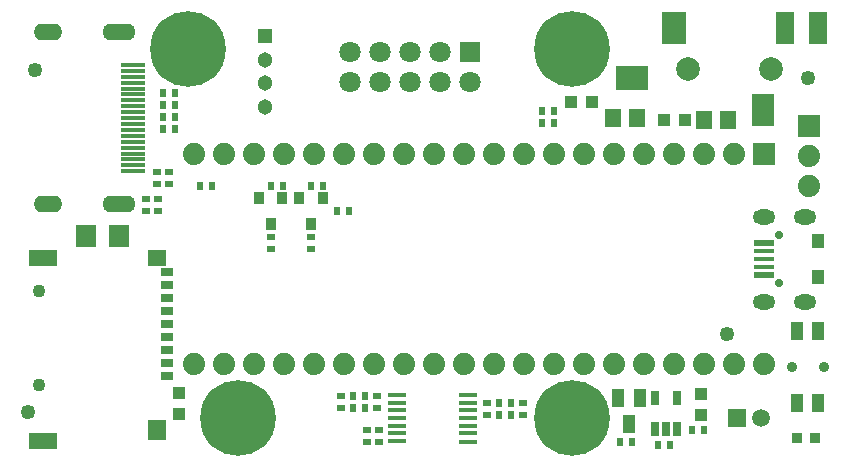
<source format=gbr>
%TF.GenerationSoftware,KiCad,Pcbnew,5.1.5+dfsg1-2build2*%
%TF.CreationDate,2021-04-22T16:13:23+03:00*%
%TF.ProjectId,RP2040-PICO-PC_rev_B,52503230-3430-42d5-9049-434f2d50435f,A*%
%TF.SameCoordinates,Original*%
%TF.FileFunction,Soldermask,Top*%
%TF.FilePolarity,Negative*%
%FSLAX46Y46*%
G04 Gerber Fmt 4.6, Leading zero omitted, Abs format (unit mm)*
G04 Created by KiCad (PCBNEW 5.1.5+dfsg1-2build2) date 2021-04-22 16:13:23*
%MOMM*%
%LPD*%
G04 APERTURE LIST*
%ADD10R,0.601600X0.651600*%
%ADD11R,0.901600X1.001600*%
%ADD12R,1.501600X2.701600*%
%ADD13R,2.101600X2.701600*%
%ADD14R,1.901600X2.701600*%
%ADD15R,2.701600X2.101600*%
%ADD16C,2.001600*%
%ADD17R,0.651600X0.601600*%
%ADD18R,1.101600X1.501600*%
%ADD19R,1.879600X1.879600*%
%ADD20C,1.879600*%
%ADD21R,1.301600X1.301600*%
%ADD22C,1.301600*%
%ADD23C,6.401600*%
%ADD24C,1.254000*%
%ADD25R,1.801600X1.801600*%
%ADD26C,1.801600*%
%ADD27R,1.501600X1.501600*%
%ADD28C,1.501600*%
%ADD29R,1.117600X1.117600*%
%ADD30R,1.701600X1.901600*%
%ADD31O,2.801600X1.401600*%
%ADD32O,2.401600X1.401600*%
%ADD33R,2.100000X0.350000*%
%ADD34R,0.901600X0.901600*%
%ADD35R,0.651600X1.301600*%
%ADD36R,1.751600X0.601600*%
%ADD37R,1.751600X0.426600*%
%ADD38C,0.701600*%
%ADD39R,1.101600X1.201600*%
%ADD40O,1.901600X1.301600*%
%ADD41R,1.371600X1.625600*%
%ADD42C,0.901600*%
%ADD43R,1.117600X1.625600*%
%ADD44C,1.101600*%
%ADD45R,2.400000X1.400000*%
%ADD46R,1.600000X1.800000*%
%ADD47R,1.600000X1.400000*%
%ADD48R,1.100000X0.700000*%
%ADD49R,1.501600X0.426600*%
G04 APERTURE END LIST*
D10*
%TO.C,R28*%
X143383000Y-116205000D03*
X142367000Y-116205000D03*
%TD*%
%TO.C,R26*%
X146812000Y-116205000D03*
X145796000Y-116205000D03*
%TD*%
%TO.C,R25*%
X136398000Y-116205000D03*
X137414000Y-116205000D03*
%TD*%
%TO.C,R6*%
X148971000Y-118364000D03*
X147955000Y-118364000D03*
%TD*%
D11*
%TO.C,FET3*%
X143367000Y-117264000D03*
X141367000Y-117264000D03*
X142367000Y-119464000D03*
%TD*%
%TO.C,FET2*%
X146796000Y-117264000D03*
X144796000Y-117264000D03*
X145796000Y-119464000D03*
%TD*%
D12*
%TO.C,AUDIO_JACK_1*%
X188737000Y-102899000D03*
D13*
X176537000Y-102899000D03*
D14*
X184037000Y-109799000D03*
D15*
X172937000Y-107099000D03*
D12*
X185937000Y-102899000D03*
D16*
X184737000Y-106299000D03*
X177737000Y-106299000D03*
%TD*%
D17*
%TO.C,R3*%
X142367000Y-120523000D03*
X142367000Y-121539000D03*
%TD*%
%TO.C,R2*%
X145796000Y-120523000D03*
X145796000Y-121539000D03*
%TD*%
D18*
%TO.C,FET1*%
X173669960Y-134172960D03*
X171767500Y-134172960D03*
X172722540Y-136382760D03*
%TD*%
D19*
%TO.C,DBG1*%
X187960000Y-111125000D03*
D20*
X187960000Y-113665000D03*
X187960000Y-116205000D03*
%TD*%
D21*
%TO.C,CON2*%
X141901000Y-103553000D03*
D22*
X141901000Y-105553000D03*
X141901000Y-107553000D03*
X141901000Y-109553000D03*
%TD*%
%TO.C,MH3*%
X165481000Y-104648000D03*
X170307000Y-104648000D03*
X169545000Y-106299000D03*
X166243000Y-106426000D03*
X169545000Y-102997000D03*
X166243000Y-102997000D03*
X167894000Y-107061000D03*
X167894000Y-102235000D03*
D23*
X167894000Y-104648000D03*
%TD*%
D24*
%TO.C,FID4*%
X121793000Y-135382000D03*
%TD*%
D25*
%TO.C,UEXT1*%
X159258000Y-104902000D03*
D26*
X159258000Y-107442000D03*
X156718000Y-104902000D03*
X156718000Y-107442000D03*
X154178000Y-104902000D03*
X154178000Y-107442000D03*
X151638000Y-104902000D03*
X151638000Y-107442000D03*
X149098000Y-104902000D03*
X149098000Y-107442000D03*
%TD*%
D27*
%TO.C,BAT_CON1*%
X181851300Y-135910320D03*
D28*
X183880760Y-135907780D03*
%TD*%
D17*
%TO.C,R7*%
X132842000Y-118364000D03*
X132842000Y-117348000D03*
%TD*%
D10*
%TO.C,R13*%
X134239000Y-111379000D03*
X133223000Y-111379000D03*
%TD*%
%TO.C,R10*%
X133223000Y-108331000D03*
X134239000Y-108331000D03*
%TD*%
D17*
%TO.C,R12*%
X132715000Y-116078000D03*
X132715000Y-115062000D03*
%TD*%
%TO.C,R11*%
X131826000Y-117348000D03*
X131826000Y-118364000D03*
%TD*%
D10*
%TO.C,R9*%
X133223000Y-110363000D03*
X134239000Y-110363000D03*
%TD*%
D17*
%TO.C,R8*%
X133731000Y-116078000D03*
X133731000Y-115062000D03*
%TD*%
D10*
%TO.C,R14*%
X133223000Y-109347000D03*
X134239000Y-109347000D03*
%TD*%
D20*
%TO.C,U2*%
X173990000Y-131318000D03*
X179070000Y-131318000D03*
X143510000Y-131318000D03*
X158750000Y-131318000D03*
X158750000Y-113538000D03*
X143510000Y-113538000D03*
X156210000Y-131318000D03*
X179070000Y-113538000D03*
X146050000Y-113538000D03*
X171450000Y-113538000D03*
X176530000Y-113538000D03*
X184150000Y-131318000D03*
X151130000Y-113538000D03*
X135890000Y-113538000D03*
X171450000Y-131318000D03*
X173990000Y-113538000D03*
X153670000Y-113538000D03*
X140970000Y-113538000D03*
X138430000Y-113538000D03*
X163830000Y-131318000D03*
X138430000Y-131318000D03*
X176530000Y-131318000D03*
X151130000Y-131318000D03*
X146050000Y-131318000D03*
X148590000Y-131318000D03*
X140970000Y-131318000D03*
D19*
X184150000Y-113538000D03*
D20*
X181610000Y-113538000D03*
X168910000Y-113538000D03*
X156210000Y-113538000D03*
X135890000Y-131318000D03*
X153670000Y-131318000D03*
X148590000Y-113538000D03*
X181610000Y-131318000D03*
X161290000Y-131318000D03*
X161290000Y-113538000D03*
X163830000Y-113538000D03*
X166370000Y-131318000D03*
X166370000Y-113538000D03*
X168910000Y-131318000D03*
%TD*%
D24*
%TO.C,FID1*%
X187833000Y-107061000D03*
%TD*%
%TO.C,FID2*%
X180975000Y-128778000D03*
%TD*%
%TO.C,FID3*%
X122428000Y-106426000D03*
%TD*%
D29*
%TO.C,C1*%
X134620000Y-135509000D03*
X134620000Y-133731000D03*
%TD*%
D30*
%TO.C,FUSE1*%
X129543000Y-120459500D03*
X126743000Y-120459500D03*
%TD*%
D31*
%TO.C,HDMI1*%
X129568000Y-103190000D03*
X129568000Y-117790000D03*
D32*
X123518000Y-117790000D03*
D33*
X130718000Y-114990000D03*
X130718000Y-114490000D03*
X130718000Y-113990000D03*
X130718000Y-113490000D03*
X130718000Y-112990000D03*
X130718000Y-112490000D03*
X130718000Y-111990000D03*
X130718000Y-111490000D03*
X130718000Y-110990000D03*
X130718000Y-110490000D03*
X130718000Y-109990000D03*
X130718000Y-109490000D03*
X130718000Y-108990000D03*
X130718000Y-108490000D03*
X130718000Y-107990000D03*
X130718000Y-107490000D03*
X130718000Y-106990000D03*
X130718000Y-106490000D03*
X130718000Y-105990000D03*
D32*
X123518000Y-103190000D03*
%TD*%
D29*
%TO.C,C2*%
X178816000Y-133858000D03*
X178816000Y-135636000D03*
%TD*%
D34*
%TO.C,LED1*%
X186944000Y-137541000D03*
X188468000Y-137541000D03*
%TD*%
D10*
%TO.C,R1*%
X171958000Y-137922000D03*
X172974000Y-137922000D03*
%TD*%
%TO.C,R4*%
X175133000Y-138176000D03*
X176149000Y-138176000D03*
%TD*%
%TO.C,R5*%
X179070000Y-136906000D03*
X178054000Y-136906000D03*
%TD*%
D35*
%TO.C,U1*%
X174881500Y-136809000D03*
X175831500Y-136809000D03*
X176781500Y-136809000D03*
X174881500Y-134209000D03*
X176781500Y-134209000D03*
%TD*%
D36*
%TO.C,USB1*%
X184175000Y-123815500D03*
D37*
X184175000Y-123078000D03*
X184175000Y-122428000D03*
X184175000Y-121778000D03*
D36*
X184175000Y-121040500D03*
D38*
X185425000Y-124428000D03*
X185425000Y-120428000D03*
D39*
X188725000Y-123928000D03*
X188725000Y-120928000D03*
D40*
X187575000Y-126028000D03*
X184105000Y-126028000D03*
X184105000Y-118828000D03*
X187575000Y-118828000D03*
%TD*%
D41*
%TO.C,C3*%
X171323000Y-110490000D03*
X173355000Y-110490000D03*
%TD*%
D17*
%TO.C,C4*%
X163703000Y-134620000D03*
X163703000Y-135636000D03*
%TD*%
%TO.C,C5*%
X151511000Y-137922000D03*
X151511000Y-136906000D03*
%TD*%
%TO.C,C6*%
X148336000Y-135001000D03*
X148336000Y-133985000D03*
%TD*%
D41*
%TO.C,C7*%
X181102000Y-110617000D03*
X179070000Y-110617000D03*
%TD*%
D29*
%TO.C,R16*%
X167767000Y-109093000D03*
X169545000Y-109093000D03*
%TD*%
D10*
%TO.C,R17*%
X162687000Y-135636000D03*
X161671000Y-135636000D03*
%TD*%
%TO.C,R18*%
X162687000Y-134620000D03*
X161671000Y-134620000D03*
%TD*%
%TO.C,R19*%
X149352000Y-135001000D03*
X150368000Y-135001000D03*
%TD*%
%TO.C,R20*%
X149352000Y-133985000D03*
X150368000Y-133985000D03*
%TD*%
D29*
%TO.C,R21*%
X175641000Y-110617000D03*
X177419000Y-110617000D03*
%TD*%
D17*
%TO.C,R22*%
X151384000Y-133985000D03*
X151384000Y-135001000D03*
%TD*%
%TO.C,R23*%
X160655000Y-135636000D03*
X160655000Y-134620000D03*
%TD*%
%TO.C,R24*%
X150495000Y-137922000D03*
X150495000Y-136906000D03*
%TD*%
D42*
%TO.C,RST1*%
X189183000Y-131572000D03*
X186483000Y-131572000D03*
D43*
X188722000Y-134620000D03*
X188722000Y-128524000D03*
X186944000Y-128524000D03*
X186944000Y-134620000D03*
%TD*%
D44*
%TO.C,MICRO_SD1*%
X122732800Y-125095000D03*
X122732800Y-133096000D03*
D45*
X123135000Y-137798000D03*
X123135000Y-122298000D03*
D46*
X132735000Y-136898000D03*
D47*
X132735000Y-122298000D03*
D48*
X133615000Y-132298000D03*
X133615000Y-131198000D03*
X133615000Y-130098000D03*
X133615000Y-128998000D03*
X133615000Y-127898000D03*
X133615000Y-126798000D03*
X133615000Y-125698000D03*
X133615000Y-124598000D03*
X133615000Y-123498000D03*
%TD*%
D10*
%TO.C,R15*%
X166370000Y-109855000D03*
X165354000Y-109855000D03*
%TD*%
%TO.C,R27*%
X166370000Y-110871000D03*
X165354000Y-110871000D03*
%TD*%
D49*
%TO.C,U3*%
X153083000Y-137840000D03*
X153083000Y-137190000D03*
X153083000Y-136540000D03*
X153083000Y-135890000D03*
X153083000Y-135240000D03*
X153083000Y-134590000D03*
X153083000Y-133940000D03*
X159083000Y-133940000D03*
X159083000Y-134590000D03*
X159083000Y-135240000D03*
X159083000Y-135890000D03*
X159083000Y-136540000D03*
X159083000Y-137190000D03*
X159083000Y-137890000D03*
%TD*%
D22*
%TO.C,MH1*%
X132969000Y-104648000D03*
X137795000Y-104648000D03*
X137033000Y-106299000D03*
X133731000Y-106426000D03*
X137033000Y-102997000D03*
X133731000Y-102997000D03*
X135382000Y-107061000D03*
X135382000Y-102235000D03*
D23*
X135382000Y-104648000D03*
%TD*%
D22*
%TO.C,MH2*%
X137160000Y-135890000D03*
X141986000Y-135890000D03*
X141224000Y-137541000D03*
X137922000Y-137668000D03*
X141224000Y-134239000D03*
X137922000Y-134239000D03*
X139573000Y-138303000D03*
X139573000Y-133477000D03*
D23*
X139573000Y-135890000D03*
%TD*%
D22*
%TO.C,MH4*%
X165481000Y-135890000D03*
X170307000Y-135890000D03*
X169545000Y-137541000D03*
X166243000Y-137668000D03*
X169545000Y-134239000D03*
X166243000Y-134239000D03*
X167894000Y-138303000D03*
X167894000Y-133477000D03*
D23*
X167894000Y-135890000D03*
%TD*%
M02*

</source>
